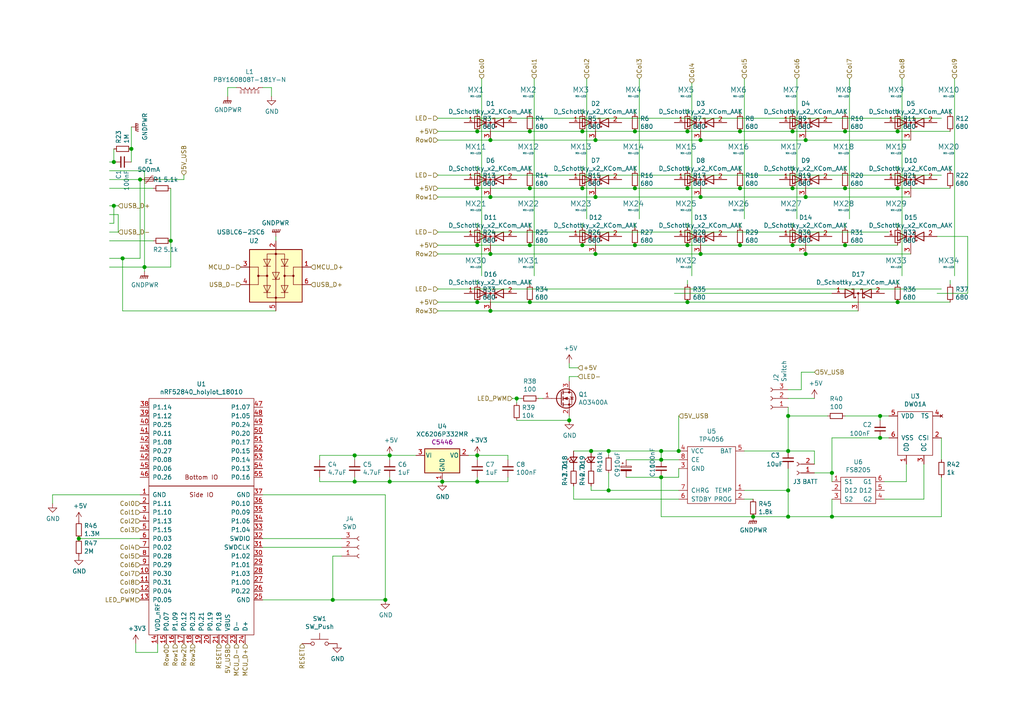
<source format=kicad_sch>
(kicad_sch (version 20210621) (generator eeschema)
  (paper "A4")
  (junction (at 22.86 156.21) (diameter 1.016))
  (junction (at 33.02 46.99) (diameter 1.016))
  (junction (at 33.02 59.69) (diameter 1.016))
  (junction (at 35.56 74.93) (diameter 1.016))
  (junction (at 38.1 43.18) (diameter 1.016))
  (junction (at 40.64 52.07) (diameter 1.016))
  (junction (at 41.91 77.47) (diameter 1.016))
  (junction (at 49.53 69.85) (diameter 1.016))
  (junction (at 96.52 173.99) (diameter 1.016))
  (junction (at 102.87 132.08) (diameter 1.016))
  (junction (at 102.87 139.7) (diameter 1.016))
  (junction (at 111.76 173.99) (diameter 1.016))
  (junction (at 113.03 132.08) (diameter 1.016))
  (junction (at 113.03 139.7) (diameter 1.016))
  (junction (at 128.27 139.7) (diameter 1.016))
  (junction (at 138.43 38.1) (diameter 1.016))
  (junction (at 138.43 54.61) (diameter 1.016))
  (junction (at 138.43 71.12) (diameter 1.016))
  (junction (at 138.43 87.63) (diameter 1.016))
  (junction (at 138.43 132.08) (diameter 1.016))
  (junction (at 138.43 139.7) (diameter 1.016))
  (junction (at 142.24 40.64) (diameter 1.016))
  (junction (at 142.24 57.15) (diameter 1.016))
  (junction (at 142.24 73.66) (diameter 1.016))
  (junction (at 142.24 90.17) (diameter 1.016))
  (junction (at 149.86 115.57) (diameter 1.016))
  (junction (at 153.67 38.1) (diameter 1.016))
  (junction (at 153.67 54.61) (diameter 1.016))
  (junction (at 153.67 71.12) (diameter 1.016))
  (junction (at 153.67 87.63) (diameter 1.016))
  (junction (at 165.1 121.92) (diameter 1.016))
  (junction (at 168.91 38.1) (diameter 1.016))
  (junction (at 168.91 54.61) (diameter 1.016))
  (junction (at 168.91 71.12) (diameter 1.016))
  (junction (at 171.45 130.81) (diameter 1.016))
  (junction (at 172.72 40.64) (diameter 1.016))
  (junction (at 172.72 57.15) (diameter 1.016))
  (junction (at 172.72 73.66) (diameter 1.016))
  (junction (at 176.53 130.81) (diameter 1.016))
  (junction (at 176.53 142.24) (diameter 1.016))
  (junction (at 184.15 38.1) (diameter 1.016))
  (junction (at 184.15 54.61) (diameter 1.016))
  (junction (at 184.15 71.12) (diameter 1.016))
  (junction (at 191.77 130.81) (diameter 1.016))
  (junction (at 191.77 133.35) (diameter 1.016))
  (junction (at 191.77 138.43) (diameter 1.016))
  (junction (at 196.85 130.81) (diameter 1.016))
  (junction (at 199.39 38.1) (diameter 1.016))
  (junction (at 199.39 54.61) (diameter 1.016))
  (junction (at 199.39 71.12) (diameter 1.016))
  (junction (at 199.39 87.63) (diameter 1.016))
  (junction (at 203.2 40.64) (diameter 1.016))
  (junction (at 203.2 57.15) (diameter 1.016))
  (junction (at 203.2 73.66) (diameter 1.016))
  (junction (at 214.63 38.1) (diameter 1.016))
  (junction (at 214.63 54.61) (diameter 1.016))
  (junction (at 214.63 71.12) (diameter 1.016))
  (junction (at 218.44 149.86) (diameter 1.016))
  (junction (at 228.6 120.65) (diameter 1.016))
  (junction (at 228.6 130.81) (diameter 1.016))
  (junction (at 228.6 142.24) (diameter 1.016))
  (junction (at 228.6 149.86) (diameter 1.016))
  (junction (at 229.87 38.1) (diameter 1.016))
  (junction (at 229.87 54.61) (diameter 1.016))
  (junction (at 229.87 71.12) (diameter 1.016))
  (junction (at 233.68 40.64) (diameter 1.016))
  (junction (at 233.68 57.15) (diameter 1.016))
  (junction (at 233.68 73.66) (diameter 1.016))
  (junction (at 241.3 137.16) (diameter 1.016))
  (junction (at 241.3 149.86) (diameter 1.016))
  (junction (at 245.11 38.1) (diameter 1.016))
  (junction (at 245.11 54.61) (diameter 1.016))
  (junction (at 245.11 71.12) (diameter 1.016))
  (junction (at 255.27 120.65) (diameter 1.016))
  (junction (at 255.27 127) (diameter 1.016))
  (junction (at 260.35 38.1) (diameter 1.016))
  (junction (at 260.35 54.61) (diameter 1.016))
  (junction (at 260.35 87.63) (diameter 1.016))
  (wire (pts (xy 15.24 143.51) (xy 15.24 146.05)))
  (wire (pts (xy 31.75 49.53) (xy 41.91 49.53)))
  (wire (pts (xy 31.75 52.07) (xy 40.64 52.07)))
  (wire (pts (xy 31.75 54.61) (xy 44.45 54.61)))
  (wire (pts (xy 31.75 59.69) (xy 33.02 59.69)))
  (wire (pts (xy 31.75 67.31) (xy 34.29 67.31)))
  (wire (pts (xy 31.75 69.85) (xy 44.45 69.85)))
  (wire (pts (xy 31.75 74.93) (xy 35.56 74.93)))
  (wire (pts (xy 33.02 46.99) (xy 31.75 46.99)))
  (wire (pts (xy 33.02 46.99) (xy 33.02 43.18)))
  (wire (pts (xy 33.02 59.69) (xy 33.02 64.77)))
  (wire (pts (xy 33.02 59.69) (xy 34.29 59.69)))
  (wire (pts (xy 33.02 64.77) (xy 31.75 64.77)))
  (wire (pts (xy 34.29 62.23) (xy 31.75 62.23)))
  (wire (pts (xy 34.29 67.31) (xy 34.29 62.23)))
  (wire (pts (xy 35.56 74.93) (xy 35.56 90.17)))
  (wire (pts (xy 35.56 74.93) (xy 40.64 74.93)))
  (wire (pts (xy 35.56 90.17) (xy 80.01 90.17)))
  (wire (pts (xy 38.1 36.83) (xy 38.1 43.18)))
  (wire (pts (xy 38.1 46.99) (xy 38.1 43.18)))
  (wire (pts (xy 39.37 189.23) (xy 39.37 186.69)))
  (wire (pts (xy 40.64 74.93) (xy 40.64 52.07)))
  (wire (pts (xy 40.64 143.51) (xy 15.24 143.51)))
  (wire (pts (xy 40.64 156.21) (xy 22.86 156.21)))
  (wire (pts (xy 41.91 49.53) (xy 41.91 77.47)))
  (wire (pts (xy 41.91 77.47) (xy 31.75 77.47)))
  (wire (pts (xy 41.91 77.47) (xy 41.91 78.74)))
  (wire (pts (xy 45.72 52.07) (xy 53.34 52.07)))
  (wire (pts (xy 45.72 186.69) (xy 45.72 189.23)))
  (wire (pts (xy 45.72 189.23) (xy 39.37 189.23)))
  (wire (pts (xy 49.53 54.61) (xy 49.53 69.85)))
  (wire (pts (xy 49.53 69.85) (xy 49.53 77.47)))
  (wire (pts (xy 49.53 77.47) (xy 41.91 77.47)))
  (wire (pts (xy 53.34 52.07) (xy 53.34 50.8)))
  (wire (pts (xy 66.04 25.4) (xy 66.04 27.94)))
  (wire (pts (xy 68.58 25.4) (xy 66.04 25.4)))
  (wire (pts (xy 76.2 25.4) (xy 78.74 25.4)))
  (wire (pts (xy 76.2 143.51) (xy 111.76 143.51)))
  (wire (pts (xy 76.2 156.21) (xy 99.06 156.21)))
  (wire (pts (xy 76.2 158.75) (xy 99.06 158.75)))
  (wire (pts (xy 76.2 173.99) (xy 96.52 173.99)))
  (wire (pts (xy 78.74 25.4) (xy 78.74 27.94)))
  (wire (pts (xy 80.01 69.85) (xy 80.01 68.58)))
  (wire (pts (xy 92.71 132.08) (xy 92.71 133.35)))
  (wire (pts (xy 92.71 139.7) (xy 92.71 138.43)))
  (wire (pts (xy 96.52 161.29) (xy 96.52 173.99)))
  (wire (pts (xy 96.52 161.29) (xy 99.06 161.29)))
  (wire (pts (xy 96.52 173.99) (xy 111.76 173.99)))
  (wire (pts (xy 102.87 132.08) (xy 92.71 132.08)))
  (wire (pts (xy 102.87 132.08) (xy 102.87 133.35)))
  (wire (pts (xy 102.87 139.7) (xy 92.71 139.7)))
  (wire (pts (xy 102.87 139.7) (xy 102.87 138.43)))
  (wire (pts (xy 111.76 143.51) (xy 111.76 173.99)))
  (wire (pts (xy 113.03 132.08) (xy 102.87 132.08)))
  (wire (pts (xy 113.03 132.08) (xy 120.65 132.08)))
  (wire (pts (xy 113.03 133.35) (xy 113.03 132.08)))
  (wire (pts (xy 113.03 139.7) (xy 102.87 139.7)))
  (wire (pts (xy 113.03 139.7) (xy 113.03 138.43)))
  (wire (pts (xy 127 34.29) (xy 273.05 34.29)))
  (wire (pts (xy 127 50.8) (xy 273.05 50.8)))
  (wire (pts (xy 127 67.31) (xy 257.81 67.31)))
  (wire (pts (xy 127 83.82) (xy 273.05 83.82)))
  (wire (pts (xy 128.27 139.7) (xy 113.03 139.7)))
  (wire (pts (xy 128.27 139.7) (xy 138.43 139.7)))
  (wire (pts (xy 135.89 132.08) (xy 138.43 132.08)))
  (wire (pts (xy 138.43 31.75) (xy 138.43 33.02)))
  (wire (pts (xy 138.43 38.1) (xy 127 38.1)))
  (wire (pts (xy 138.43 48.26) (xy 138.43 49.53)))
  (wire (pts (xy 138.43 54.61) (xy 127 54.61)))
  (wire (pts (xy 138.43 64.77) (xy 138.43 66.04)))
  (wire (pts (xy 138.43 71.12) (xy 127 71.12)))
  (wire (pts (xy 138.43 81.28) (xy 138.43 82.55)))
  (wire (pts (xy 138.43 87.63) (xy 127 87.63)))
  (wire (pts (xy 138.43 132.08) (xy 147.32 132.08)))
  (wire (pts (xy 138.43 133.35) (xy 138.43 132.08)))
  (wire (pts (xy 138.43 138.43) (xy 138.43 139.7)))
  (wire (pts (xy 138.43 139.7) (xy 147.32 139.7)))
  (wire (pts (xy 139.7 22.86) (xy 139.7 80.01)))
  (wire (pts (xy 142.24 40.64) (xy 127 40.64)))
  (wire (pts (xy 142.24 57.15) (xy 127 57.15)))
  (wire (pts (xy 142.24 73.66) (xy 127 73.66)))
  (wire (pts (xy 142.24 90.17) (xy 127 90.17)))
  (wire (pts (xy 147.32 133.35) (xy 147.32 132.08)))
  (wire (pts (xy 147.32 138.43) (xy 147.32 139.7)))
  (wire (pts (xy 149.86 115.57) (xy 148.59 115.57)))
  (wire (pts (xy 149.86 115.57) (xy 151.13 115.57)))
  (wire (pts (xy 149.86 116.84) (xy 149.86 115.57)))
  (wire (pts (xy 149.86 121.92) (xy 165.1 121.92)))
  (wire (pts (xy 153.67 31.75) (xy 153.67 33.02)))
  (wire (pts (xy 153.67 38.1) (xy 138.43 38.1)))
  (wire (pts (xy 153.67 48.26) (xy 153.67 49.53)))
  (wire (pts (xy 153.67 54.61) (xy 138.43 54.61)))
  (wire (pts (xy 153.67 64.77) (xy 153.67 66.04)))
  (wire (pts (xy 153.67 71.12) (xy 138.43 71.12)))
  (wire (pts (xy 153.67 81.28) (xy 153.67 82.55)))
  (wire (pts (xy 153.67 87.63) (xy 138.43 87.63)))
  (wire (pts (xy 154.94 22.86) (xy 154.94 80.01)))
  (wire (pts (xy 156.21 115.57) (xy 157.48 115.57)))
  (wire (pts (xy 165.1 106.68) (xy 165.1 105.41)))
  (wire (pts (xy 165.1 109.22) (xy 167.64 109.22)))
  (wire (pts (xy 165.1 110.49) (xy 165.1 109.22)))
  (wire (pts (xy 165.1 121.92) (xy 165.1 120.65)))
  (wire (pts (xy 166.37 130.81) (xy 171.45 130.81)))
  (wire (pts (xy 166.37 140.97) (xy 166.37 144.78)))
  (wire (pts (xy 166.37 144.78) (xy 196.85 144.78)))
  (wire (pts (xy 167.64 106.68) (xy 165.1 106.68)))
  (wire (pts (xy 168.91 31.75) (xy 168.91 33.02)))
  (wire (pts (xy 168.91 38.1) (xy 153.67 38.1)))
  (wire (pts (xy 168.91 48.26) (xy 168.91 49.53)))
  (wire (pts (xy 168.91 54.61) (xy 153.67 54.61)))
  (wire (pts (xy 168.91 64.77) (xy 168.91 66.04)))
  (wire (pts (xy 168.91 71.12) (xy 153.67 71.12)))
  (wire (pts (xy 170.18 22.86) (xy 170.18 63.5)))
  (wire (pts (xy 171.45 130.81) (xy 176.53 130.81)))
  (wire (pts (xy 171.45 140.97) (xy 171.45 142.24)))
  (wire (pts (xy 171.45 142.24) (xy 176.53 142.24)))
  (wire (pts (xy 172.72 40.64) (xy 142.24 40.64)))
  (wire (pts (xy 172.72 57.15) (xy 142.24 57.15)))
  (wire (pts (xy 172.72 73.66) (xy 142.24 73.66)))
  (wire (pts (xy 176.53 130.81) (xy 176.53 132.08)))
  (wire (pts (xy 176.53 137.16) (xy 176.53 142.24)))
  (wire (pts (xy 176.53 142.24) (xy 196.85 142.24)))
  (wire (pts (xy 181.61 138.43) (xy 191.77 138.43)))
  (wire (pts (xy 184.15 31.75) (xy 184.15 33.02)))
  (wire (pts (xy 184.15 38.1) (xy 168.91 38.1)))
  (wire (pts (xy 184.15 48.26) (xy 184.15 49.53)))
  (wire (pts (xy 184.15 54.61) (xy 168.91 54.61)))
  (wire (pts (xy 184.15 64.77) (xy 184.15 66.04)))
  (wire (pts (xy 184.15 71.12) (xy 168.91 71.12)))
  (wire (pts (xy 185.42 22.86) (xy 185.42 63.5)))
  (wire (pts (xy 191.77 130.81) (xy 176.53 130.81)))
  (wire (pts (xy 191.77 133.35) (xy 181.61 133.35)))
  (wire (pts (xy 191.77 133.35) (xy 191.77 130.81)))
  (wire (pts (xy 191.77 133.35) (xy 196.85 133.35)))
  (wire (pts (xy 191.77 138.43) (xy 191.77 149.86)))
  (wire (pts (xy 191.77 138.43) (xy 196.85 138.43)))
  (wire (pts (xy 191.77 149.86) (xy 218.44 149.86)))
  (wire (pts (xy 196.85 120.65) (xy 196.85 130.81)))
  (wire (pts (xy 196.85 130.81) (xy 191.77 130.81)))
  (wire (pts (xy 196.85 138.43) (xy 196.85 135.89)))
  (wire (pts (xy 199.39 31.75) (xy 199.39 33.02)))
  (wire (pts (xy 199.39 38.1) (xy 184.15 38.1)))
  (wire (pts (xy 199.39 48.26) (xy 199.39 49.53)))
  (wire (pts (xy 199.39 54.61) (xy 184.15 54.61)))
  (wire (pts (xy 199.39 64.77) (xy 199.39 66.04)))
  (wire (pts (xy 199.39 71.12) (xy 184.15 71.12)))
  (wire (pts (xy 199.39 81.28) (xy 199.39 82.55)))
  (wire (pts (xy 199.39 87.63) (xy 153.67 87.63)))
  (wire (pts (xy 200.66 24.13) (xy 200.66 80.01)))
  (wire (pts (xy 203.2 40.64) (xy 172.72 40.64)))
  (wire (pts (xy 203.2 57.15) (xy 172.72 57.15)))
  (wire (pts (xy 203.2 73.66) (xy 172.72 73.66)))
  (wire (pts (xy 214.63 31.75) (xy 214.63 33.02)))
  (wire (pts (xy 214.63 38.1) (xy 199.39 38.1)))
  (wire (pts (xy 214.63 48.26) (xy 214.63 49.53)))
  (wire (pts (xy 214.63 54.61) (xy 199.39 54.61)))
  (wire (pts (xy 214.63 64.77) (xy 214.63 66.04)))
  (wire (pts (xy 214.63 71.12) (xy 199.39 71.12)))
  (wire (pts (xy 215.9 22.86) (xy 215.9 63.5)))
  (wire (pts (xy 215.9 130.81) (xy 228.6 130.81)))
  (wire (pts (xy 215.9 142.24) (xy 228.6 142.24)))
  (wire (pts (xy 215.9 144.78) (xy 218.44 144.78)))
  (wire (pts (xy 218.44 149.86) (xy 228.6 149.86)))
  (wire (pts (xy 228.6 113.03) (xy 232.41 113.03)))
  (wire (pts (xy 228.6 115.57) (xy 236.22 115.57)))
  (wire (pts (xy 228.6 118.11) (xy 228.6 120.65)))
  (wire (pts (xy 228.6 120.65) (xy 228.6 130.81)))
  (wire (pts (xy 228.6 120.65) (xy 240.03 120.65)))
  (wire (pts (xy 228.6 130.81) (xy 236.22 130.81)))
  (wire (pts (xy 228.6 135.89) (xy 228.6 142.24)))
  (wire (pts (xy 228.6 142.24) (xy 228.6 149.86)))
  (wire (pts (xy 228.6 149.86) (xy 241.3 149.86)))
  (wire (pts (xy 229.87 31.75) (xy 229.87 33.02)))
  (wire (pts (xy 229.87 38.1) (xy 214.63 38.1)))
  (wire (pts (xy 229.87 48.26) (xy 229.87 49.53)))
  (wire (pts (xy 229.87 54.61) (xy 214.63 54.61)))
  (wire (pts (xy 229.87 64.77) (xy 229.87 66.04)))
  (wire (pts (xy 229.87 71.12) (xy 214.63 71.12)))
  (wire (pts (xy 231.14 22.86) (xy 231.14 63.5)))
  (wire (pts (xy 232.41 107.95) (xy 236.22 107.95)))
  (wire (pts (xy 232.41 113.03) (xy 232.41 107.95)))
  (wire (pts (xy 233.68 40.64) (xy 203.2 40.64)))
  (wire (pts (xy 233.68 57.15) (xy 203.2 57.15)))
  (wire (pts (xy 233.68 73.66) (xy 203.2 73.66)))
  (wire (pts (xy 236.22 130.81) (xy 236.22 134.62)))
  (wire (pts (xy 236.22 137.16) (xy 241.3 137.16)))
  (wire (pts (xy 241.3 85.09) (xy 195.58 85.09)))
  (wire (pts (xy 241.3 127) (xy 241.3 137.16)))
  (wire (pts (xy 241.3 137.16) (xy 241.3 139.7)))
  (wire (pts (xy 241.3 149.86) (xy 241.3 144.78)))
  (wire (pts (xy 245.11 31.75) (xy 245.11 33.02)))
  (wire (pts (xy 245.11 38.1) (xy 229.87 38.1)))
  (wire (pts (xy 245.11 48.26) (xy 245.11 49.53)))
  (wire (pts (xy 245.11 54.61) (xy 229.87 54.61)))
  (wire (pts (xy 245.11 64.77) (xy 245.11 66.04)))
  (wire (pts (xy 245.11 71.12) (xy 229.87 71.12)))
  (wire (pts (xy 245.11 120.65) (xy 255.27 120.65)))
  (wire (pts (xy 246.38 22.86) (xy 246.38 63.5)))
  (wire (pts (xy 248.92 90.17) (xy 142.24 90.17)))
  (wire (pts (xy 255.27 120.65) (xy 257.81 120.65)))
  (wire (pts (xy 255.27 121.92) (xy 255.27 120.65)))
  (wire (pts (xy 255.27 127) (xy 241.3 127)))
  (wire (pts (xy 255.27 127) (xy 257.81 127)))
  (wire (pts (xy 260.35 31.75) (xy 260.35 33.02)))
  (wire (pts (xy 260.35 38.1) (xy 245.11 38.1)))
  (wire (pts (xy 260.35 48.26) (xy 260.35 49.53)))
  (wire (pts (xy 260.35 54.61) (xy 245.11 54.61)))
  (wire (pts (xy 260.35 64.77) (xy 260.35 66.04)))
  (wire (pts (xy 260.35 71.12) (xy 245.11 71.12)))
  (wire (pts (xy 260.35 81.28) (xy 260.35 82.55)))
  (wire (pts (xy 260.35 87.63) (xy 199.39 87.63)))
  (wire (pts (xy 261.62 22.86) (xy 261.62 80.01)))
  (wire (pts (xy 262.89 134.62) (xy 262.89 139.7)))
  (wire (pts (xy 262.89 139.7) (xy 256.54 139.7)))
  (wire (pts (xy 264.16 40.64) (xy 233.68 40.64)))
  (wire (pts (xy 264.16 57.15) (xy 233.68 57.15)))
  (wire (pts (xy 264.16 73.66) (xy 233.68 73.66)))
  (wire (pts (xy 267.97 134.62) (xy 267.97 144.78)))
  (wire (pts (xy 267.97 144.78) (xy 256.54 144.78)))
  (wire (pts (xy 271.78 68.58) (xy 280.67 68.58)))
  (wire (pts (xy 273.05 127) (xy 273.05 133.35)))
  (wire (pts (xy 273.05 138.43) (xy 273.05 149.86)))
  (wire (pts (xy 273.05 149.86) (xy 241.3 149.86)))
  (wire (pts (xy 275.59 31.75) (xy 275.59 33.02)))
  (wire (pts (xy 275.59 38.1) (xy 260.35 38.1)))
  (wire (pts (xy 275.59 48.26) (xy 275.59 49.53)))
  (wire (pts (xy 275.59 54.61) (xy 260.35 54.61)))
  (wire (pts (xy 275.59 81.28) (xy 275.59 82.55)))
  (wire (pts (xy 275.59 87.63) (xy 260.35 87.63)))
  (wire (pts (xy 276.86 22.86) (xy 276.86 80.01)))
  (wire (pts (xy 280.67 68.58) (xy 280.67 85.09)))
  (wire (pts (xy 280.67 85.09) (xy 271.78 85.09)))
  (hierarchical_label "USB_D+" (shape input) (at 34.29 59.69 0))
  (hierarchical_label "USB_D-" (shape input) (at 34.29 67.31 0))
  (hierarchical_label "Col0" (shape input) (at 40.64 146.05 180))
  (hierarchical_label "Col1" (shape input) (at 40.64 148.59 180))
  (hierarchical_label "Col2" (shape input) (at 40.64 151.13 180))
  (hierarchical_label "Col3" (shape input) (at 40.64 153.67 180))
  (hierarchical_label "Col4" (shape input) (at 40.64 158.75 180))
  (hierarchical_label "Col5" (shape input) (at 40.64 161.29 180))
  (hierarchical_label "Col6" (shape input) (at 40.64 163.83 180))
  (hierarchical_label "Col7" (shape input) (at 40.64 166.37 180))
  (hierarchical_label "Col8" (shape input) (at 40.64 168.91 180))
  (hierarchical_label "Col9" (shape input) (at 40.64 171.45 180))
  (hierarchical_label "LED_PWM" (shape input) (at 40.64 173.99 180))
  (hierarchical_label "Row0" (shape input) (at 48.26 186.69 270))
  (hierarchical_label "Row1" (shape input) (at 50.8 186.69 270))
  (hierarchical_label "5V_USB" (shape input) (at 53.34 50.8 90))
  (hierarchical_label "Row2" (shape input) (at 53.34 186.69 270))
  (hierarchical_label "Row3" (shape input) (at 55.88 186.69 270))
  (hierarchical_label "RESET" (shape input) (at 63.5 186.69 270))
  (hierarchical_label "5V_USB" (shape input) (at 66.04 186.69 270))
  (hierarchical_label "MCU_D-" (shape input) (at 68.58 186.69 270))
  (hierarchical_label "MCU_D-" (shape input) (at 69.85 77.47 180))
  (hierarchical_label "USB_D-" (shape input) (at 69.85 82.55 180))
  (hierarchical_label "MCU_D+" (shape input) (at 71.12 186.69 270))
  (hierarchical_label "RESET" (shape input) (at 87.63 186.69 270))
  (hierarchical_label "MCU_D+" (shape input) (at 90.17 77.47 0))
  (hierarchical_label "USB_D+" (shape input) (at 90.17 82.55 0))
  (hierarchical_label "LED-" (shape input) (at 127 34.29 180))
  (hierarchical_label "+5V" (shape input) (at 127 38.1 180))
  (hierarchical_label "Row0" (shape input) (at 127 40.64 180))
  (hierarchical_label "LED-" (shape input) (at 127 50.8 180))
  (hierarchical_label "+5V" (shape input) (at 127 54.61 180))
  (hierarchical_label "Row1" (shape input) (at 127 57.15 180))
  (hierarchical_label "LED-" (shape input) (at 127 67.31 180))
  (hierarchical_label "+5V" (shape input) (at 127 71.12 180))
  (hierarchical_label "Row2" (shape input) (at 127 73.66 180))
  (hierarchical_label "LED-" (shape input) (at 127 83.82 180))
  (hierarchical_label "+5V" (shape input) (at 127 87.63 180))
  (hierarchical_label "Row3" (shape input) (at 127 90.17 180))
  (hierarchical_label "Col0" (shape input) (at 139.7 22.86 90))
  (hierarchical_label "LED_PWM" (shape input) (at 148.59 115.57 180))
  (hierarchical_label "Col1" (shape input) (at 154.94 22.86 90))
  (hierarchical_label "+5V" (shape input) (at 167.64 106.68 0))
  (hierarchical_label "LED-" (shape input) (at 167.64 109.22 0))
  (hierarchical_label "Col2" (shape input) (at 170.18 22.86 90))
  (hierarchical_label "Col3" (shape input) (at 185.42 22.86 90))
  (hierarchical_label "5V_USB" (shape input) (at 196.85 120.65 0))
  (hierarchical_label "Col4" (shape input) (at 200.66 24.13 90))
  (hierarchical_label "Col5" (shape input) (at 215.9 22.86 90))
  (hierarchical_label "Col6" (shape input) (at 231.14 22.86 90))
  (hierarchical_label "5V_USB" (shape input) (at 236.22 107.95 0))
  (hierarchical_label "Col7" (shape input) (at 246.38 22.86 90))
  (hierarchical_label "Col8" (shape input) (at 261.62 22.86 90))
  (hierarchical_label "Col9" (shape input) (at 276.86 22.86 90))
  (symbol (lib_id "power:+5V") (at 22.86 151.13 0) (unit 1)
    (property "Reference" "#PWR0102" (effects hide))
    (property "Value" "+5V" (at 23.241 146.7358 0))
  )
  (symbol (lib_id "power:+3V3") (at 39.37 186.69 0) (unit 1)
    (property "Reference" "#PWR0101" (effects hide))
    (property "Value" "+3V3" (at 39.751 182.2958 0))
  )
  (symbol (lib_id "power:+5V") (at 113.03 132.08 0) (unit 1)
    (property "Reference" "#PWR0108" (effects hide))
    (property "Value" "+5V" (at 113.411 127.6858 0))
  )
  (symbol (lib_id "power:+3V3") (at 138.43 132.08 0) (unit 1)
    (property "Reference" "#PWR0109" (effects hide))
    (property "Value" "+3V3" (at 138.811 127.6858 0))
  )
  (symbol (lib_id "power:+5V") (at 165.1 105.41 0) (unit 1)
    (property "Reference" "#PWR0117" (effects hide))
    (property "Value" "+5V" (at 165.481 101.0158 0))
  )
  (symbol (lib_id "power:+5V") (at 236.22 115.57 0) (unit 1)
    (property "Reference" "#PWR0115" (effects hide))
    (property "Value" "+5V" (at 236.601 111.1758 0))
  )
  (symbol (lib_id "power:GNDPWR") (at 38.1 36.83 90) (unit 1)
    (property "Reference" "#PWR0111" (effects hide))
    (property "Value" "GNDPWR" (at 42.0116 36.7284 0))
  )
  (symbol (lib_id "power:GNDPWR") (at 41.91 78.74 0) (unit 1)
    (property "Reference" "#PWR0110" (effects hide))
    (property "Value" "GNDPWR" (at 42.0116 82.6516 0))
  )
  (symbol (lib_id "power:GNDPWR") (at 66.04 27.94 0) (unit 1)
    (property "Reference" "#PWR0113" (effects hide))
    (property "Value" "GNDPWR" (at 66.1416 31.8516 0))
  )
  (symbol (lib_id "power:GNDPWR") (at 80.01 68.58 180) (unit 1)
    (property "Reference" "#PWR0112" (effects hide))
    (property "Value" "GNDPWR" (at 79.9084 64.6684 0))
  )
  (symbol (lib_id "power:GNDPWR") (at 218.44 149.86 0) (unit 1)
    (property "Reference" "#PWR0116" (effects hide))
    (property "Value" "GNDPWR" (at 218.5416 153.7716 0))
  )
  (symbol (lib_id "power:GND") (at 15.24 146.05 0) (unit 1)
    (property "Reference" "#PWR0104" (effects hide))
    (property "Value" "GND" (at 15.367 150.4442 0))
  )
  (symbol (lib_id "power:GND") (at 22.86 161.29 0) (unit 1)
    (property "Reference" "#PWR0103" (effects hide))
    (property "Value" "GND" (at 22.987 165.6842 0))
  )
  (symbol (lib_id "power:GND") (at 78.74 27.94 0) (unit 1)
    (property "Reference" "#PWR0114" (effects hide))
    (property "Value" "GND" (at 78.867 32.3342 0))
  )
  (symbol (lib_id "power:GND") (at 97.79 186.69 0) (unit 1)
    (property "Reference" "#PWR0106" (effects hide))
    (property "Value" "GND" (at 97.917 191.0842 0))
  )
  (symbol (lib_id "power:GND") (at 111.76 173.99 0) (unit 1)
    (property "Reference" "#PWR0105" (effects hide))
    (property "Value" "GND" (at 111.887 178.3842 0))
  )
  (symbol (lib_id "power:GND") (at 128.27 139.7 0) (unit 1)
    (property "Reference" "#PWR0107" (effects hide))
    (property "Value" "GND" (at 128.397 144.0942 0))
  )
  (symbol (lib_id "power:GND") (at 165.1 121.92 0) (unit 1)
    (property "Reference" "#PWR0118" (effects hide))
    (property "Value" "GND" (at 165.227 126.3142 0))
  )
  (symbol (lib_id "Device:R_Small") (at 22.86 153.67 0) (unit 1)
    (property "Reference" "R46" (at 24.3586 152.5016 0) (effects (justify left)))
    (property "Value" "1.3M" (at 24.3586 154.813 0) (effects (justify left)))
    (property "Footprint" "bastlisParts:R_0603_1608Metric_stealth" (effects hide))
  )
  (symbol (lib_id "Device:R_Small") (at 22.86 158.75 0) (unit 1)
    (property "Reference" "R47" (at 24.3586 157.5816 0) (effects (justify left)))
    (property "Value" "2M" (at 24.3586 159.893 0) (effects (justify left)))
    (property "Footprint" "bastlisParts:R_0603_1608Metric_stealth" (effects hide))
  )
  (symbol (lib_id "Device:R_Small") (at 35.56 43.18 90) (unit 1)
    (property "Reference" "R23" (at 34.3916 41.6814 0) (effects (justify left)))
    (property "Value" "1M" (at 36.703 41.6814 0) (effects (justify left)))
    (property "Footprint" "bastlisParts:R_0603_1608Metric_stealth" (effects hide))
  )
  (symbol (lib_id "Device:R_Small") (at 46.99 54.61 270) (unit 1)
    (property "Reference" "R1" (at 45.72 52.07 90))
    (property "Value" "5.1k" (at 49.53 52.07 90))
    (property "Footprint" "bastlisParts:R_0603_1608Metric_stealth" (effects hide))
  )
  (symbol (lib_id "Device:R_Small") (at 46.99 69.85 90) (mirror x) (unit 1)
    (property "Reference" "R2" (at 45.72 72.39 90))
    (property "Value" "5.1k" (at 49.53 72.39 90))
    (property "Footprint" "bastlisParts:R_0603_1608Metric_stealth" (effects hide))
  )
  (symbol (lib_id "Device:R_Small") (at 138.43 35.56 0) (unit 1)
    (property "Reference" "R3" (at 139.9286 34.3916 0) (effects (justify left)))
    (property "Value" "680" (at 139.9286 36.703 0) (effects (justify left)))
    (property "Footprint" "bastlisParts:R_0603_1608Metric_stealth" (effects hide))
  )
  (symbol (lib_id "Device:R_Small") (at 138.43 52.07 0) (unit 1)
    (property "Reference" "R13" (at 139.9286 50.9016 0) (effects (justify left)))
    (property "Value" "680" (at 139.9286 53.213 0) (effects (justify left)))
    (property "Footprint" "bastlisParts:R_0603_1608Metric_stealth" (effects hide))
  )
  (symbol (lib_id "Device:R_Small") (at 138.43 68.58 0) (unit 1)
    (property "Reference" "R24" (at 139.9286 67.4116 0) (effects (justify left)))
    (property "Value" "680" (at 139.9286 69.723 0) (effects (justify left)))
    (property "Footprint" "bastlisParts:R_0603_1608Metric_stealth" (effects hide))
  )
  (symbol (lib_id "Device:R_Small") (at 138.43 85.09 0) (unit 1)
    (property "Reference" "R33" (at 139.9286 83.9216 0) (effects (justify left)))
    (property "Value" "680" (at 139.9286 86.233 0) (effects (justify left)))
    (property "Footprint" "bastlisParts:R_0603_1608Metric_stealth" (effects hide))
  )
  (symbol (lib_id "Device:R_Small") (at 149.86 119.38 0) (unit 1)
    (property "Reference" "R39" (at 151.3586 118.2116 0) (effects (justify left)))
    (property "Value" "10k" (at 151.3586 120.523 0) (effects (justify left)))
    (property "Footprint" "bastlisParts:R_0603_1608Metric_stealth" (effects hide))
  )
  (symbol (lib_id "Device:R_Small") (at 153.67 35.56 0) (unit 1)
    (property "Reference" "R4" (at 155.1686 34.3916 0) (effects (justify left)))
    (property "Value" "680" (at 155.1686 36.703 0) (effects (justify left)))
    (property "Footprint" "bastlisParts:R_0603_1608Metric_stealth" (effects hide))
  )
  (symbol (lib_id "Device:R_Small") (at 153.67 52.07 0) (unit 1)
    (property "Reference" "R14" (at 155.1686 50.9016 0) (effects (justify left)))
    (property "Value" "680" (at 155.1686 53.213 0) (effects (justify left)))
    (property "Footprint" "bastlisParts:R_0603_1608Metric_stealth" (effects hide))
  )
  (symbol (lib_id "Device:R_Small") (at 153.67 68.58 0) (unit 1)
    (property "Reference" "R25" (at 155.1686 67.4116 0) (effects (justify left)))
    (property "Value" "680" (at 155.1686 69.723 0) (effects (justify left)))
    (property "Footprint" "bastlisParts:R_0603_1608Metric_stealth" (effects hide))
  )
  (symbol (lib_id "Device:R_Small") (at 153.67 85.09 0) (unit 1)
    (property "Reference" "R34" (at 155.1686 83.9216 0) (effects (justify left)))
    (property "Value" "680" (at 155.1686 86.233 0) (effects (justify left)))
    (property "Footprint" "bastlisParts:R_0603_1608Metric_stealth" (effects hide))
  )
  (symbol (lib_id "Device:R_Small") (at 153.67 115.57 270) (unit 1)
    (property "Reference" "R38" (at 153.67 110.5916 90))
    (property "Value" "100" (at 153.67 112.903 90))
    (property "Footprint" "bastlisParts:R_0603_1608Metric_stealth" (effects hide))
  )
  (symbol (lib_id "Device:R_Small") (at 166.37 138.43 0) (unit 1)
    (property "Reference" "R43" (at 163.83 140.97 90) (effects (justify left)))
    (property "Value" "2.7k" (at 163.83 138.43 90) (effects (justify left)))
    (property "Footprint" "bastlisParts:R_0603_1608Metric_stealth" (effects hide))
  )
  (symbol (lib_id "Device:R_Small") (at 168.91 35.56 0) (unit 1)
    (property "Reference" "R5" (at 170.4086 34.3916 0) (effects (justify left)))
    (property "Value" "680" (at 170.4086 36.703 0) (effects (justify left)))
    (property "Footprint" "bastlisParts:R_0603_1608Metric_stealth" (effects hide))
  )
  (symbol (lib_id "Device:R_Small") (at 168.91 52.07 0) (unit 1)
    (property "Reference" "R15" (at 170.4086 50.9016 0) (effects (justify left)))
    (property "Value" "680" (at 170.4086 53.213 0) (effects (justify left)))
    (property "Footprint" "bastlisParts:R_0603_1608Metric_stealth" (effects hide))
  )
  (symbol (lib_id "Device:R_Small") (at 168.91 68.58 0) (unit 1)
    (property "Reference" "R26" (at 170.4086 67.4116 0) (effects (justify left)))
    (property "Value" "680" (at 170.4086 69.723 0) (effects (justify left)))
    (property "Footprint" "bastlisParts:R_0603_1608Metric_stealth" (effects hide))
  )
  (symbol (lib_id "Device:R_Small") (at 171.45 138.43 0) (unit 1)
    (property "Reference" "R44" (at 168.91 140.97 90) (effects (justify left)))
    (property "Value" "2.7k" (at 168.91 138.43 90) (effects (justify left)))
    (property "Footprint" "bastlisParts:R_0603_1608Metric_stealth" (effects hide))
  )
  (symbol (lib_id "Device:R_Small") (at 176.53 134.62 0) (unit 1)
    (property "Reference" "R41" (at 173.99 137.16 90) (effects (justify left)))
    (property "Value" "10k" (at 173.99 134.62 90) (effects (justify left)))
    (property "Footprint" "bastlisParts:R_0603_1608Metric_stealth" (effects hide))
  )
  (symbol (lib_id "Device:R_Small") (at 184.15 35.56 0) (unit 1)
    (property "Reference" "R6" (at 185.6486 34.3916 0) (effects (justify left)))
    (property "Value" "680" (at 185.6486 36.703 0) (effects (justify left)))
    (property "Footprint" "bastlisParts:R_0603_1608Metric_stealth" (effects hide))
  )
  (symbol (lib_id "Device:R_Small") (at 184.15 52.07 0) (unit 1)
    (property "Reference" "R16" (at 185.6486 50.9016 0) (effects (justify left)))
    (property "Value" "680" (at 185.6486 53.213 0) (effects (justify left)))
    (property "Footprint" "bastlisParts:R_0603_1608Metric_stealth" (effects hide))
  )
  (symbol (lib_id "Device:R_Small") (at 184.15 68.58 0) (unit 1)
    (property "Reference" "R27" (at 185.6486 67.4116 0) (effects (justify left)))
    (property "Value" "680" (at 185.6486 69.723 0) (effects (justify left)))
    (property "Footprint" "bastlisParts:R_0603_1608Metric_stealth" (effects hide))
  )
  (symbol (lib_id "Device:R_Small") (at 199.39 35.56 0) (unit 1)
    (property "Reference" "R7" (at 200.8886 34.3916 0) (effects (justify left)))
    (property "Value" "680" (at 200.8886 36.703 0) (effects (justify left)))
    (property "Footprint" "bastlisParts:R_0603_1608Metric_stealth" (effects hide))
  )
  (symbol (lib_id "Device:R_Small") (at 199.39 52.07 0) (unit 1)
    (property "Reference" "R17" (at 200.8886 50.9016 0) (effects (justify left)))
    (property "Value" "680" (at 200.8886 53.213 0) (effects (justify left)))
    (property "Footprint" "bastlisParts:R_0603_1608Metric_stealth" (effects hide))
  )
  (symbol (lib_id "Device:R_Small") (at 199.39 68.58 0) (unit 1)
    (property "Reference" "R28" (at 200.8886 67.4116 0) (effects (justify left)))
    (property "Value" "680" (at 200.8886 69.723 0) (effects (justify left)))
    (property "Footprint" "bastlisParts:R_0603_1608Metric_stealth" (effects hide))
  )
  (symbol (lib_id "Device:R_Small") (at 199.39 85.09 0) (unit 1)
    (property "Reference" "R35" (at 200.8886 83.9216 0) (effects (justify left)))
    (property "Value" "680" (at 200.8886 86.233 0) (effects (justify left)))
    (property "Footprint" "bastlisParts:R_0603_1608Metric_stealth" (effects hide))
  )
  (symbol (lib_id "Device:R_Small") (at 214.63 35.56 0) (unit 1)
    (property "Reference" "R8" (at 216.1286 34.3916 0) (effects (justify left)))
    (property "Value" "680" (at 216.1286 36.703 0) (effects (justify left)))
    (property "Footprint" "bastlisParts:R_0603_1608Metric_stealth" (effects hide))
  )
  (symbol (lib_id "Device:R_Small") (at 214.63 52.07 0) (unit 1)
    (property "Reference" "R18" (at 216.1286 50.9016 0) (effects (justify left)))
    (property "Value" "680" (at 216.1286 53.213 0) (effects (justify left)))
    (property "Footprint" "bastlisParts:R_0603_1608Metric_stealth" (effects hide))
  )
  (symbol (lib_id "Device:R_Small") (at 214.63 68.58 0) (unit 1)
    (property "Reference" "R29" (at 216.1286 67.4116 0) (effects (justify left)))
    (property "Value" "680" (at 216.1286 69.723 0) (effects (justify left)))
    (property "Footprint" "bastlisParts:R_0603_1608Metric_stealth" (effects hide))
  )
  (symbol (lib_id "Device:R_Small") (at 218.44 147.32 0) (unit 1)
    (property "Reference" "R45" (at 219.9386 146.1516 0) (effects (justify left)))
    (property "Value" "1.8k" (at 219.9386 148.463 0) (effects (justify left)))
    (property "Footprint" "bastlisParts:R_0603_1608Metric_stealth" (effects hide))
  )
  (symbol (lib_id "Device:R_Small") (at 229.87 35.56 0) (unit 1)
    (property "Reference" "R9" (at 231.3686 34.3916 0) (effects (justify left)))
    (property "Value" "680" (at 231.3686 36.703 0) (effects (justify left)))
    (property "Footprint" "bastlisParts:R_0603_1608Metric_stealth" (effects hide))
  )
  (symbol (lib_id "Device:R_Small") (at 229.87 52.07 0) (unit 1)
    (property "Reference" "R19" (at 231.3686 50.9016 0) (effects (justify left)))
    (property "Value" "680" (at 231.3686 53.213 0) (effects (justify left)))
    (property "Footprint" "bastlisParts:R_0603_1608Metric_stealth" (effects hide))
  )
  (symbol (lib_id "Device:R_Small") (at 229.87 68.58 0) (unit 1)
    (property "Reference" "R30" (at 231.3686 67.4116 0) (effects (justify left)))
    (property "Value" "680" (at 231.3686 69.723 0) (effects (justify left)))
    (property "Footprint" "bastlisParts:R_0603_1608Metric_stealth" (effects hide))
  )
  (symbol (lib_id "Device:R_Small") (at 242.57 120.65 270) (unit 1)
    (property "Reference" "R40" (at 242.57 115.6716 90))
    (property "Value" "100" (at 242.57 117.983 90))
    (property "Footprint" "bastlisParts:R_0603_1608Metric_stealth" (effects hide))
  )
  (symbol (lib_id "Device:R_Small") (at 245.11 35.56 0) (unit 1)
    (property "Reference" "R10" (at 246.6086 34.3916 0) (effects (justify left)))
    (property "Value" "680" (at 246.6086 36.703 0) (effects (justify left)))
    (property "Footprint" "bastlisParts:R_0603_1608Metric_stealth" (effects hide))
  )
  (symbol (lib_id "Device:R_Small") (at 245.11 52.07 0) (unit 1)
    (property "Reference" "R20" (at 246.6086 50.9016 0) (effects (justify left)))
    (property "Value" "680" (at 246.6086 53.213 0) (effects (justify left)))
    (property "Footprint" "bastlisParts:R_0603_1608Metric_stealth" (effects hide))
  )
  (symbol (lib_id "Device:R_Small") (at 245.11 68.58 0) (unit 1)
    (property "Reference" "R31" (at 246.6086 67.4116 0) (effects (justify left)))
    (property "Value" "680" (at 246.6086 69.723 0) (effects (justify left)))
    (property "Footprint" "bastlisParts:R_0603_1608Metric_stealth" (effects hide))
  )
  (symbol (lib_id "Device:R_Small") (at 260.35 35.56 0) (unit 1)
    (property "Reference" "R11" (at 261.8486 34.3916 0) (effects (justify left)))
    (property "Value" "680" (at 261.8486 36.703 0) (effects (justify left)))
    (property "Footprint" "bastlisParts:R_0603_1608Metric_stealth" (effects hide))
  )
  (symbol (lib_id "Device:R_Small") (at 260.35 52.07 0) (unit 1)
    (property "Reference" "R21" (at 261.8486 50.9016 0) (effects (justify left)))
    (property "Value" "680" (at 261.8486 53.213 0) (effects (justify left)))
    (property "Footprint" "bastlisParts:R_0603_1608Metric_stealth" (effects hide))
  )
  (symbol (lib_id "Device:R_Small") (at 260.35 68.58 0) (unit 1)
    (property "Reference" "R32" (at 261.8486 67.4116 0) (effects (justify left)))
    (property "Value" "680" (at 261.8486 69.723 0) (effects (justify left)))
    (property "Footprint" "bastlisParts:R_0603_1608Metric_stealth" (effects hide))
  )
  (symbol (lib_id "Device:R_Small") (at 260.35 85.09 0) (unit 1)
    (property "Reference" "R36" (at 261.8486 83.9216 0) (effects (justify left)))
    (property "Value" "680" (at 261.8486 86.233 0) (effects (justify left)))
    (property "Footprint" "bastlisParts:R_0603_1608Metric_stealth" (effects hide))
  )
  (symbol (lib_id "Device:R_Small") (at 273.05 135.89 0) (unit 1)
    (property "Reference" "R42" (at 274.5486 134.7216 0) (effects (justify left)))
    (property "Value" "1k" (at 274.5486 137.033 0) (effects (justify left)))
    (property "Footprint" "bastlisParts:R_0603_1608Metric_stealth" (effects hide))
  )
  (symbol (lib_id "Device:R_Small") (at 275.59 35.56 0) (unit 1)
    (property "Reference" "R12" (at 277.0886 34.3916 0) (effects (justify left)))
    (property "Value" "680" (at 277.0886 36.703 0) (effects (justify left)))
    (property "Footprint" "bastlisParts:R_0603_1608Metric_stealth" (effects hide))
  )
  (symbol (lib_id "Device:R_Small") (at 275.59 52.07 0) (unit 1)
    (property "Reference" "R22" (at 277.0886 50.9016 0) (effects (justify left)))
    (property "Value" "680" (at 277.0886 53.213 0) (effects (justify left)))
    (property "Footprint" "bastlisParts:R_0603_1608Metric_stealth" (effects hide))
  )
  (symbol (lib_id "Device:R_Small") (at 275.59 85.09 0) (unit 1)
    (property "Reference" "R37" (at 277.0886 83.9216 0) (effects (justify left)))
    (property "Value" "680" (at 277.0886 86.233 0) (effects (justify left)))
    (property "Footprint" "bastlisParts:R_0603_1608Metric_stealth" (effects hide))
  )
  (symbol (lib_id "Device:Polyfuse_Small") (at 43.18 52.07 270) (unit 1)
    (property "Reference" "F1" (at 43.18 46.863 90))
    (property "Value" "500mA" (at 43.18 49.1744 90))
    (property "Footprint" "Fuse:Fuse_1206_3216Metric" (effects hide))
  )
  (symbol (lib_id "Device:L_Core_Ferrite") (at 72.39 25.4 270) (unit 1)
    (property "Reference" "L1" (at 72.39 20.8026 90))
    (property "Value" "PBY160808T-181Y-N" (at 72.39 23.114 90))
    (property "Footprint" "Inductor_SMD:L_0603_1608Metric" (effects hide))
  )
  (symbol (lib_id "Device:LED_Small") (at 166.37 133.35 90) (unit 1)
    (property "Reference" "D18" (at 163.83 132.08 0) (effects (justify right)))
    (property "Value" "LED_Small" (effects hide))
    (property "Footprint" "LED_SMD:LED_0603_1608Metric" (effects hide))
  )
  (symbol (lib_id "Device:LED_Small") (at 171.45 133.35 90) (unit 1)
    (property "Reference" "D19" (at 168.91 132.08 0) (effects (justify right)))
    (property "Value" "LED_Small" (effects hide))
    (property "Footprint" "LED_SMD:LED_0603_1608Metric" (effects hide))
  )
  (symbol (lib_id "Device:CP_Small") (at 181.61 135.89 0) (unit 1)
    (property "Reference" "C9" (at 179.07 138.43 90) (effects (justify left)))
    (property "Value" "10uF" (at 179.07 135.89 90) (effects (justify left)))
    (property "Footprint" "bastlisParts:C_0603_1608Metric_stealth" (effects hide))
  )
  (symbol (lib_id "Device:C_Small") (at 35.56 46.99 270) (mirror x) (unit 1)
    (property "Reference" "C1" (at 34.3916 49.3014 0) (effects (justify right)))
    (property "Value" "100nF" (at 36.703 49.3014 0) (effects (justify right)))
    (property "Footprint" "bastlisParts:C_0603_1608Metric_stealth" (effects hide))
  )
  (symbol (lib_id "Device:C_Small") (at 92.71 135.89 0) (unit 1)
    (property "Reference" "C4" (at 95.0468 134.7216 0) (effects (justify left)))
    (property "Value" "4.7uF" (at 95.0468 137.033 0) (effects (justify left)))
    (property "Footprint" "bastlisParts:C_0603_1608Metric_stealth" (effects hide))
  )
  (symbol (lib_id "Device:C_Small") (at 102.87 135.89 0) (unit 1)
    (property "Reference" "C5" (at 105.2068 134.7216 0) (effects (justify left)))
    (property "Value" "4.7uF" (at 105.2068 137.033 0) (effects (justify left)))
    (property "Footprint" "bastlisParts:C_0603_1608Metric_stealth" (effects hide))
  )
  (symbol (lib_id "Device:C_Small") (at 113.03 135.89 0) (unit 1)
    (property "Reference" "C6" (at 115.3668 134.7216 0) (effects (justify left)))
    (property "Value" "1uF" (at 115.3668 137.033 0) (effects (justify left)))
    (property "Footprint" "bastlisParts:C_0603_1608Metric_stealth" (effects hide))
  )
  (symbol (lib_id "Device:C_Small") (at 138.43 135.89 0) (unit 1)
    (property "Reference" "C7" (at 140.7668 134.7216 0) (effects (justify left)))
    (property "Value" "1uF" (at 140.7668 137.033 0) (effects (justify left)))
    (property "Footprint" "bastlisParts:C_0603_1608Metric_stealth" (effects hide))
  )
  (symbol (lib_id "Device:C_Small") (at 147.32 135.89 0) (unit 1)
    (property "Reference" "C8" (at 149.6568 134.7216 0) (effects (justify left)))
    (property "Value" "100nF" (at 149.6568 137.033 0) (effects (justify left)))
    (property "Footprint" "bastlisParts:C_0603_1608Metric_stealth" (effects hide))
  )
  (symbol (lib_id "Device:C_Small") (at 191.77 135.89 0) (unit 1)
    (property "Reference" "C10" (at 189.23 138.43 90) (effects (justify left)))
    (property "Value" "100nF" (at 189.23 135.89 90) (effects (justify left)))
    (property "Footprint" "bastlisParts:C_0603_1608Metric_stealth" (effects hide))
  )
  (symbol (lib_id "Device:C_Small") (at 228.6 133.35 0) (unit 1)
    (property "Reference" "C3" (at 223.52 132.08 0) (effects (justify left)))
    (property "Value" "10uF" (at 222.25 134.62 0) (effects (justify left)))
    (property "Footprint" "bastlisParts:C_0603_1608Metric_stealth" (effects hide))
  )
  (symbol (lib_id "Device:C_Small") (at 255.27 124.46 180) (unit 1)
    (property "Reference" "C2" (at 250.19 123.19 0) (effects (justify right)))
    (property "Value" "100nF" (at 246.38 125.73 0) (effects (justify right)))
    (property "Footprint" "bastlisParts:C_0603_1608Metric_stealth" (effects hide))
  )
  (symbol (lib_id "Connector:Conn_01x02_Female") (at 231.14 137.16 180) (unit 1)
    (property "Reference" "J3" (at 231.14 139.7 0))
    (property "Value" "BATT" (at 234.95 139.7 0))
    (property "Footprint" "Connector_PinHeader_2.54mm:PinHeader_1x02_P2.54mm_Vertical" (effects hide))
  )
  (symbol (lib_id "Connector:Conn_01x03_Female") (at 104.14 158.75 0) (mirror x) (unit 1)
    (property "Reference" "J4" (at 101.3968 150.495 0))
    (property "Value" "SWD" (at 101.3968 152.8064 0))
    (property "Footprint" "Connector_PinHeader_2.54mm:PinHeader_1x03_P2.54mm_Vertical" (effects hide))
  )
  (symbol (lib_id "Connector:Conn_01x03_Female") (at 223.52 115.57 180) (unit 1)
    (property "Reference" "J2" (at 225.0948 110.7948 90) (effects (justify right)))
    (property "Value" "Switch" (at 227.4062 110.7948 90) (effects (justify right)))
    (property "Footprint" "Connector_PinHeader_2.54mm:PinHeader_1x03_P2.54mm_Vertical" (effects hide))
  )
  (symbol (lib_id "Switch:SW_Push") (at 92.71 186.69 0) (unit 1)
    (property "Reference" "SW1" (at 92.71 179.451 0))
    (property "Value" "SW_Push" (at 92.71 181.7624 0))
    (property "Footprint" "randomKeebParts:SKQG-1155865" (effects hide))
  )
  (symbol (lib_id "Type-C:HRO-TYPE-C-31-M-12") (at 29.21 63.5 0) (mirror x) (unit 1)
    (property "Reference" "USB1" (at 17.0688 61.0108 0) (effects (font (size 1.524 1.524)) (justify right)))
    (property "Value" "HRO-TYPE-C-31-M-12" (at 17.0688 63.7032 0) (effects (font (size 1.524 1.524)) (justify right)))
    (property "Footprint" "USBC:HRO-TYPE-C-31-M-12-Assembly" (effects hide))
  )
  (symbol (lib_id "MX_Alps_Hybrid:MX-LED") (at 135.89 31.75 0) (unit 1)
    (property "Reference" "MX1" (at 137.9728 26.0604 0) (effects (font (size 1.524 1.524))))
    (property "Value" "MX-LED" (at 137.9728 27.94 0) (effects (font (size 0.508 0.508))))
    (property "Footprint" "MXSwitches:MXOnly-1U" (effects hide))
  )
  (symbol (lib_id "MX_Alps_Hybrid:MX-LED") (at 135.89 48.26 0) (unit 1)
    (property "Reference" "MX11" (at 137.9728 42.5704 0) (effects (font (size 1.524 1.524))))
    (property "Value" "MX-LED" (at 137.9728 44.45 0) (effects (font (size 0.508 0.508))))
    (property "Footprint" "MXSwitches:MXOnly-1.25U" (effects hide))
  )
  (symbol (lib_id "MX_Alps_Hybrid:MX-LED") (at 135.89 64.77 0) (unit 1)
    (property "Reference" "MX21" (at 137.9728 59.0804 0) (effects (font (size 1.524 1.524))))
    (property "Value" "MX-LED" (at 137.9728 60.96 0) (effects (font (size 0.508 0.508))))
    (property "Footprint" "MXSwitches:MXOnly-1.75U" (effects hide))
  )
  (symbol (lib_id "MX_Alps_Hybrid:MX-LED") (at 135.89 81.28 0) (unit 1)
    (property "Reference" "MX30" (at 137.9728 75.5904 0) (effects (font (size 1.524 1.524))))
    (property "Value" "MX-LED" (at 137.9728 77.47 0) (effects (font (size 0.508 0.508))))
    (property "Footprint" "MXSwitches:MXOnly-1U" (effects hide))
  )
  (symbol (lib_id "MX_Alps_Hybrid:MX-LED") (at 151.13 31.75 0) (unit 1)
    (property "Reference" "MX2" (at 153.2128 26.0604 0) (effects (font (size 1.524 1.524))))
    (property "Value" "MX-LED" (at 153.2128 27.94 0) (effects (font (size 0.508 0.508))))
    (property "Footprint" "MXSwitches:MXOnly-1U" (effects hide))
  )
  (symbol (lib_id "MX_Alps_Hybrid:MX-LED") (at 151.13 48.26 0) (unit 1)
    (property "Reference" "MX12" (at 153.2128 42.5704 0) (effects (font (size 1.524 1.524))))
    (property "Value" "MX-LED" (at 153.2128 44.45 0) (effects (font (size 0.508 0.508))))
    (property "Footprint" "MXSwitches:MXOnly-1U" (effects hide))
  )
  (symbol (lib_id "MX_Alps_Hybrid:MX-LED") (at 151.13 64.77 0) (unit 1)
    (property "Reference" "MX22" (at 153.2128 59.0804 0) (effects (font (size 1.524 1.524))))
    (property "Value" "MX-LED" (at 153.2128 60.96 0) (effects (font (size 0.508 0.508))))
    (property "Footprint" "MXSwitches:MXOnly-1U" (effects hide))
  )
  (symbol (lib_id "MX_Alps_Hybrid:MX-LED") (at 151.13 81.28 0) (unit 1)
    (property "Reference" "MX31" (at 153.2128 75.5904 0) (effects (font (size 1.524 1.524))))
    (property "Value" "MX-LED" (at 153.2128 77.47 0) (effects (font (size 0.508 0.508))))
    (property "Footprint" "MXSwitches:MXOnly-1U" (effects hide))
  )
  (symbol (lib_id "MX_Alps_Hybrid:MX-LED") (at 166.37 31.75 0) (unit 1)
    (property "Reference" "MX3" (at 168.4528 26.0604 0) (effects (font (size 1.524 1.524))))
    (property "Value" "MX-LED" (at 168.4528 27.94 0) (effects (font (size 0.508 0.508))))
    (property "Footprint" "MXSwitches:MXOnly-1U" (effects hide))
  )
  (symbol (lib_id "MX_Alps_Hybrid:MX-LED") (at 166.37 48.26 0) (unit 1)
    (property "Reference" "MX13" (at 168.4528 42.5704 0) (effects (font (size 1.524 1.524))))
    (property "Value" "MX-LED" (at 168.4528 44.45 0) (effects (font (size 0.508 0.508))))
    (property "Footprint" "MXSwitches:MXOnly-1U" (effects hide))
  )
  (symbol (lib_id "MX_Alps_Hybrid:MX-LED") (at 166.37 64.77 0) (unit 1)
    (property "Reference" "MX23" (at 168.4528 59.0804 0) (effects (font (size 1.524 1.524))))
    (property "Value" "MX-LED" (at 168.4528 60.96 0) (effects (font (size 0.508 0.508))))
    (property "Footprint" "MXSwitches:MXOnly-1U" (effects hide))
  )
  (symbol (lib_id "MX_Alps_Hybrid:MX-LED") (at 181.61 31.75 0) (unit 1)
    (property "Reference" "MX4" (at 183.6928 26.0604 0) (effects (font (size 1.524 1.524))))
    (property "Value" "MX-LED" (at 183.6928 27.94 0) (effects (font (size 0.508 0.508))))
    (property "Footprint" "MXSwitches:MXOnly-1U" (effects hide))
  )
  (symbol (lib_id "MX_Alps_Hybrid:MX-LED") (at 181.61 48.26 0) (unit 1)
    (property "Reference" "MX14" (at 183.6928 42.5704 0) (effects (font (size 1.524 1.524))))
    (property "Value" "MX-LED" (at 183.6928 44.45 0) (effects (font (size 0.508 0.508))))
    (property "Footprint" "MXSwitches:MXOnly-1U" (effects hide))
  )
  (symbol (lib_id "MX_Alps_Hybrid:MX-LED") (at 181.61 64.77 0) (unit 1)
    (property "Reference" "MX24" (at 183.6928 59.0804 0) (effects (font (size 1.524 1.524))))
    (property "Value" "MX-LED" (at 183.6928 60.96 0) (effects (font (size 0.508 0.508))))
    (property "Footprint" "MXSwitches:MXOnly-1U" (effects hide))
  )
  (symbol (lib_id "MX_Alps_Hybrid:MX-LED") (at 196.85 31.75 0) (unit 1)
    (property "Reference" "MX5" (at 198.9328 26.0604 0) (effects (font (size 1.524 1.524))))
    (property "Value" "MX-LED" (at 198.9328 27.94 0) (effects (font (size 0.508 0.508))))
    (property "Footprint" "MXSwitches:MXOnly-1U" (effects hide))
  )
  (symbol (lib_id "MX_Alps_Hybrid:MX-LED") (at 196.85 48.26 0) (unit 1)
    (property "Reference" "MX15" (at 198.9328 42.5704 0) (effects (font (size 1.524 1.524))))
    (property "Value" "MX-LED" (at 198.9328 44.45 0) (effects (font (size 0.508 0.508))))
    (property "Footprint" "MXSwitches:MXOnly-1U" (effects hide))
  )
  (symbol (lib_id "MX_Alps_Hybrid:MX-LED") (at 196.85 64.77 0) (unit 1)
    (property "Reference" "MX25" (at 198.9328 59.0804 0) (effects (font (size 1.524 1.524))))
    (property "Value" "MX-LED" (at 198.9328 60.96 0) (effects (font (size 0.508 0.508))))
    (property "Footprint" "MXSwitches:MXOnly-1U" (effects hide))
  )
  (symbol (lib_id "MX_Alps_Hybrid:MX-LED") (at 196.85 81.28 0) (unit 1)
    (property "Reference" "MX32" (at 198.9328 75.5904 0) (effects (font (size 1.524 1.524))))
    (property "Value" "MX-LED" (at 198.9328 77.47 0) (effects (font (size 0.508 0.508))))
    (property "Footprint" "MXSwitches:MXOnly-6.25U-ReversedStabilizers" (effects hide))
  )
  (symbol (lib_id "MX_Alps_Hybrid:MX-LED") (at 212.09 31.75 0) (unit 1)
    (property "Reference" "MX6" (at 214.1728 26.0604 0) (effects (font (size 1.524 1.524))))
    (property "Value" "MX-LED" (at 214.1728 27.94 0) (effects (font (size 0.508 0.508))))
    (property "Footprint" "MXSwitches:MXOnly-1U" (effects hide))
  )
  (symbol (lib_id "MX_Alps_Hybrid:MX-LED") (at 212.09 48.26 0) (unit 1)
    (property "Reference" "MX16" (at 214.1728 42.5704 0) (effects (font (size 1.524 1.524))))
    (property "Value" "MX-LED" (at 214.1728 44.45 0) (effects (font (size 0.508 0.508))))
    (property "Footprint" "MXSwitches:MXOnly-1U" (effects hide))
  )
  (symbol (lib_id "MX_Alps_Hybrid:MX-LED") (at 212.09 64.77 0) (unit 1)
    (property "Reference" "MX26" (at 214.1728 59.0804 0) (effects (font (size 1.524 1.524))))
    (property "Value" "MX-LED" (at 214.1728 60.96 0) (effects (font (size 0.508 0.508))))
    (property "Footprint" "MXSwitches:MXOnly-1U" (effects hide))
  )
  (symbol (lib_id "MX_Alps_Hybrid:MX-LED") (at 227.33 31.75 0) (unit 1)
    (property "Reference" "MX7" (at 229.4128 26.0604 0) (effects (font (size 1.524 1.524))))
    (property "Value" "MX-LED" (at 229.4128 27.94 0) (effects (font (size 0.508 0.508))))
    (property "Footprint" "MXSwitches:MXOnly-1U" (effects hide))
  )
  (symbol (lib_id "MX_Alps_Hybrid:MX-LED") (at 227.33 48.26 0) (unit 1)
    (property "Reference" "MX17" (at 229.4128 42.5704 0) (effects (font (size 1.524 1.524))))
    (property "Value" "MX-LED" (at 229.4128 44.45 0) (effects (font (size 0.508 0.508))))
    (property "Footprint" "MXSwitches:MXOnly-1U" (effects hide))
  )
  (symbol (lib_id "MX_Alps_Hybrid:MX-LED") (at 227.33 64.77 0) (unit 1)
    (property "Reference" "MX27" (at 229.4128 59.0804 0) (effects (font (size 1.524 1.524))))
    (property "Value" "MX-LED" (at 229.4128 60.96 0) (effects (font (size 0.508 0.508))))
    (property "Footprint" "MXSwitches:MXOnly-1U" (effects hide))
  )
  (symbol (lib_id "MX_Alps_Hybrid:MX-LED") (at 242.57 31.75 0) (unit 1)
    (property "Reference" "MX8" (at 244.6528 26.0604 0) (effects (font (size 1.524 1.524))))
    (property "Value" "MX-LED" (at 244.6528 27.94 0) (effects (font (size 0.508 0.508))))
    (property "Footprint" "MXSwitches:MXOnly-1U" (effects hide))
  )
  (symbol (lib_id "MX_Alps_Hybrid:MX-LED") (at 242.57 48.26 0) (unit 1)
    (property "Reference" "MX18" (at 244.6528 42.5704 0) (effects (font (size 1.524 1.524))))
    (property "Value" "MX-LED" (at 244.6528 44.45 0) (effects (font (size 0.508 0.508))))
    (property "Footprint" "MXSwitches:MXOnly-1U" (effects hide))
  )
  (symbol (lib_id "MX_Alps_Hybrid:MX-LED") (at 242.57 64.77 0) (unit 1)
    (property "Reference" "MX28" (at 244.6528 59.0804 0) (effects (font (size 1.524 1.524))))
    (property "Value" "MX-LED" (at 244.6528 60.96 0) (effects (font (size 0.508 0.508))))
    (property "Footprint" "MXSwitches:MXOnly-1U" (effects hide))
  )
  (symbol (lib_id "MX_Alps_Hybrid:MX-LED") (at 257.81 31.75 0) (unit 1)
    (property "Reference" "MX9" (at 259.8928 26.0604 0) (effects (font (size 1.524 1.524))))
    (property "Value" "MX-LED" (at 259.8928 27.94 0) (effects (font (size 0.508 0.508))))
    (property "Footprint" "MXSwitches:MXOnly-1U" (effects hide))
  )
  (symbol (lib_id "MX_Alps_Hybrid:MX-LED") (at 257.81 48.26 0) (unit 1)
    (property "Reference" "MX19" (at 259.8928 42.5704 0) (effects (font (size 1.524 1.524))))
    (property "Value" "MX-LED" (at 259.8928 44.45 0) (effects (font (size 0.508 0.508))))
    (property "Footprint" "MXSwitches:MXOnly-1U" (effects hide))
  )
  (symbol (lib_id "MX_Alps_Hybrid:MX-LED") (at 257.81 64.77 0) (unit 1)
    (property "Reference" "MX29" (at 259.8928 59.0804 0) (effects (font (size 1.524 1.524))))
    (property "Value" "MX-LED" (at 259.8928 60.96 0) (effects (font (size 0.508 0.508))))
    (property "Footprint" "MXSwitches:MXOnly-1.5U" (effects hide))
  )
  (symbol (lib_id "MX_Alps_Hybrid:MX-LED") (at 257.81 81.28 0) (unit 1)
    (property "Reference" "MX33" (at 259.8928 75.5904 0) (effects (font (size 1.524 1.524))))
    (property "Value" "MX-LED" (at 259.8928 77.47 0) (effects (font (size 0.508 0.508))))
    (property "Footprint" "MXSwitches:MXOnly-1U" (effects hide))
  )
  (symbol (lib_id "MX_Alps_Hybrid:MX-LED") (at 273.05 31.75 0) (unit 1)
    (property "Reference" "MX10" (at 275.1328 26.0604 0) (effects (font (size 1.524 1.524))))
    (property "Value" "MX-LED" (at 275.1328 27.94 0) (effects (font (size 0.508 0.508))))
    (property "Footprint" "MXSwitches:MXOnly-1.25U" (effects hide))
  )
  (symbol (lib_id "MX_Alps_Hybrid:MX-LED") (at 273.05 48.26 0) (unit 1)
    (property "Reference" "MX20" (at 275.1328 42.5704 0) (effects (font (size 1.524 1.524))))
    (property "Value" "MX-LED" (at 275.1328 44.45 0) (effects (font (size 0.508 0.508))))
    (property "Footprint" "MXSwitches:MXOnly-1U" (effects hide))
  )
  (symbol (lib_id "MX_Alps_Hybrid:MX-LED") (at 273.05 81.28 0) (unit 1)
    (property "Reference" "MX34" (at 275.1328 75.5904 0) (effects (font (size 1.524 1.524))))
    (property "Value" "MX-LED" (at 275.1328 77.47 0) (effects (font (size 0.508 0.508))))
    (property "Footprint" "MXSwitches:MXOnly-1U" (effects hide))
  )
  (symbol (lib_id "Transistor_FET:AO3400A") (at 162.56 115.57 0) (unit 1)
    (property "Reference" "Q1" (at 167.767 114.4016 0) (effects (justify left)))
    (property "Value" "AO3400A" (at 167.767 116.713 0) (effects (justify left)))
    (property "Footprint" "Package_TO_SOT_SMD:SOT-23" (effects hide))
    (property "Datasheet" "http://www.aosmd.com/pdfs/datasheet/AO3400A.pdf" (effects hide))
  )
  (symbol (lib_id "Device:D_Schottky_x2_KCom_AAK") (at 142.24 35.56 0) (unit 1)
    (property "Reference" "D1" (at 142.24 30.0482 0))
    (property "Value" "D_Schottky_x2_KCom_AAK" (at 142.24 32.3596 0))
    (property "Footprint" "Package_TO_SOT_SMD:SOT-23" (effects hide))
  )
  (symbol (lib_id "Device:D_Schottky_x2_KCom_AAK") (at 142.24 52.07 0) (unit 1)
    (property "Reference" "D6" (at 142.24 46.5582 0))
    (property "Value" "D_Schottky_x2_KCom_AAK" (at 142.24 48.8696 0))
    (property "Footprint" "Package_TO_SOT_SMD:SOT-23" (effects hide))
  )
  (symbol (lib_id "Device:D_Schottky_x2_KCom_AAK") (at 142.24 68.58 0) (unit 1)
    (property "Reference" "D11" (at 142.24 63.0682 0))
    (property "Value" "D_Schottky_x2_KCom_AAK" (at 142.24 65.3796 0))
    (property "Footprint" "Package_TO_SOT_SMD:SOT-23" (effects hide))
  )
  (symbol (lib_id "Device:D_Schottky_x2_KCom_AAK") (at 142.24 85.09 0) (unit 1)
    (property "Reference" "D16" (at 142.24 79.5782 0))
    (property "Value" "D_Schottky_x2_KCom_AAK" (at 142.24 81.8896 0))
    (property "Footprint" "Package_TO_SOT_SMD:SOT-23" (effects hide))
  )
  (symbol (lib_id "Device:D_Schottky_x2_KCom_AAK") (at 172.72 35.56 0) (unit 1)
    (property "Reference" "D2" (at 172.72 30.0482 0))
    (property "Value" "D_Schottky_x2_KCom_AAK" (at 172.72 32.3596 0))
    (property "Footprint" "Package_TO_SOT_SMD:SOT-23" (effects hide))
  )
  (symbol (lib_id "Device:D_Schottky_x2_KCom_AAK") (at 172.72 52.07 0) (unit 1)
    (property "Reference" "D7" (at 172.72 46.5582 0))
    (property "Value" "D_Schottky_x2_KCom_AAK" (at 172.72 48.8696 0))
    (property "Footprint" "Package_TO_SOT_SMD:SOT-23" (effects hide))
  )
  (symbol (lib_id "Device:D_Schottky_x2_KCom_AAK") (at 172.72 68.58 0) (unit 1)
    (property "Reference" "D12" (at 172.72 63.0682 0))
    (property "Value" "D_Schottky_x2_KCom_AAK" (at 172.72 65.3796 0))
    (property "Footprint" "Package_TO_SOT_SMD:SOT-23" (effects hide))
  )
  (symbol (lib_id "Device:D_Schottky_x2_KCom_AAK") (at 203.2 35.56 0) (unit 1)
    (property "Reference" "D3" (at 203.2 30.0482 0))
    (property "Value" "D_Schottky_x2_KCom_AAK" (at 203.2 32.3596 0))
    (property "Footprint" "Package_TO_SOT_SMD:SOT-23" (effects hide))
  )
  (symbol (lib_id "Device:D_Schottky_x2_KCom_AAK") (at 203.2 52.07 0) (unit 1)
    (property "Reference" "D8" (at 203.2 46.5582 0))
    (property "Value" "D_Schottky_x2_KCom_AAK" (at 203.2 48.8696 0))
    (property "Footprint" "Package_TO_SOT_SMD:SOT-23" (effects hide))
  )
  (symbol (lib_id "Device:D_Schottky_x2_KCom_AAK") (at 203.2 68.58 0) (unit 1)
    (property "Reference" "D13" (at 203.2 63.0682 0))
    (property "Value" "D_Schottky_x2_KCom_AAK" (at 203.2 65.3796 0))
    (property "Footprint" "Package_TO_SOT_SMD:SOT-23" (effects hide))
  )
  (symbol (lib_id "Device:D_Schottky_x2_KCom_AAK") (at 233.68 35.56 0) (unit 1)
    (property "Reference" "D4" (at 233.68 30.0482 0))
    (property "Value" "D_Schottky_x2_KCom_AAK" (at 233.68 32.3596 0))
    (property "Footprint" "Package_TO_SOT_SMD:SOT-23" (effects hide))
  )
  (symbol (lib_id "Device:D_Schottky_x2_KCom_AAK") (at 233.68 52.07 0) (unit 1)
    (property "Reference" "D9" (at 233.68 46.5582 0))
    (property "Value" "D_Schottky_x2_KCom_AAK" (at 233.68 48.8696 0))
    (property "Footprint" "Package_TO_SOT_SMD:SOT-23" (effects hide))
  )
  (symbol (lib_id "Device:D_Schottky_x2_KCom_AAK") (at 233.68 68.58 0) (unit 1)
    (property "Reference" "D14" (at 233.68 63.0682 0))
    (property "Value" "D_Schottky_x2_KCom_AAK" (at 233.68 65.3796 0))
    (property "Footprint" "Package_TO_SOT_SMD:SOT-23" (effects hide))
  )
  (symbol (lib_id "Device:D_Schottky_x2_KCom_AAK") (at 248.92 85.09 0) (unit 1)
    (property "Reference" "D17" (at 248.92 79.5782 0))
    (property "Value" "D_Schottky_x2_KCom_AAK" (at 248.92 81.8896 0))
    (property "Footprint" "Package_TO_SOT_SMD:SOT-23" (effects hide))
  )
  (symbol (lib_id "Device:D_Schottky_x2_KCom_AAK") (at 264.16 35.56 0) (unit 1)
    (property "Reference" "D5" (at 264.16 30.0482 0))
    (property "Value" "D_Schottky_x2_KCom_AAK" (at 264.16 32.3596 0))
    (property "Footprint" "Package_TO_SOT_SMD:SOT-23" (effects hide))
  )
  (symbol (lib_id "Device:D_Schottky_x2_KCom_AAK") (at 264.16 52.07 0) (unit 1)
    (property "Reference" "D10" (at 264.16 46.5582 0))
    (property "Value" "D_Schottky_x2_KCom_AAK" (at 264.16 48.8696 0))
    (property "Footprint" "Package_TO_SOT_SMD:SOT-23" (effects hide))
  )
  (symbol (lib_id "Device:D_Schottky_x2_KCom_AAK") (at 264.16 68.58 0) (unit 1)
    (property "Reference" "D15" (at 264.16 63.0682 0))
    (property "Value" "D_Schottky_x2_KCom_AAK" (at 264.16 65.3796 0))
    (property "Footprint" "Package_TO_SOT_SMD:SOT-23" (effects hide))
  )
  (symbol (lib_id "ebastlisParts:FS8205") (at 248.92 142.24 0) (unit 1)
    (property "Reference" "U6" (at 248.92 133.985 0))
    (property "Value" "FS8205" (at 248.92 136.2964 0))
    (property "Footprint" "Package_TO_SOT_SMD:SOT-23-6" (effects hide))
    (property "Datasheet" "https://datasheet.lcsc.com/szlcsc/Fortune-Semicon-FS8205_C32254.pdf" (effects hide))
    (property "LCSC" "C32254" (effects hide))
  )
  (symbol (lib_id "ebastlisParts:XC6206PxxxMR-Regulator_Linear") (at 128.27 132.08 0) (unit 1)
    (property "Reference" "U4" (at 128.27 123.6218 0))
    (property "Value" "XC6206P332MR" (at 128.27 125.9332 0))
    (property "Footprint" "Package_TO_SOT_SMD:SOT-23" (effects hide))
    (property "Datasheet" "https://www.torexsemi.com/file/xc6206/XC6206.pdf" (effects hide))
    (property "LCSC" "C5446" (at 128.27 128.2446 0))
  )
  (symbol (lib_id "ebastlisParts:DW01A") (at 265.43 125.73 0) (unit 1)
    (property "Reference" "U3" (at 265.43 114.935 0))
    (property "Value" "DW01A" (at 265.43 117.2464 0))
    (property "Footprint" "Package_TO_SOT_SMD:SOT-23-6" (effects hide))
    (property "Datasheet" "https://datasheet.lcsc.com/szlcsc/Fortune-Semicon-DW01A-G_C61503.pdf" (effects hide))
    (property "LCSC" "C61503" (effects hide))
  )
  (symbol (lib_id "ebastlisParts:TP4056") (at 207.01 137.16 0) (unit 1)
    (property "Reference" "U5" (at 206.375 125.095 0))
    (property "Value" "TP4056" (at 206.375 127.4064 0))
    (property "Footprint" "Package_SO:SOP-8-1EP_4.57x4.57mm_P1.27mm_EP4.57x4.45mm" (effects hide))
    (property "Datasheet" "https://datasheet.lcsc.com/szlcsc/1906261508_Nanjing-Extension-Microelectronics-TP4056-42-ESOP8_C16581.pdf" (effects hide))
    (property "LCSC" "C16581" (effects hide))
  )
  (symbol (lib_id "Power_Protection:USBLC6-2SC6") (at 80.01 80.01 180) (unit 1)
    (property "Reference" "U2" (at 73.66 69.85 0))
    (property "Value" "USBLC6-2SC6" (at 69.85 67.31 0))
    (property "Footprint" "Package_TO_SOT_SMD:SOT-23-6" (effects hide))
    (property "Datasheet" "https://www.st.com/resource/en/datasheet/usblc6-2.pdf" (effects hide))
  )
  (symbol (lib_id "ebastlisParts:nRF52840_holyiot_18010") (at 58.42 149.86 0) (unit 1)
    (property "Reference" "U1" (at 58.42 111.379 0))
    (property "Value" "nRF52840_holyiot_18010" (at 58.42 113.6904 0))
    (property "Footprint" "bastlisParts:nRF52840_holyiot_18010" (effects hide))
    (property "Datasheet" "http://www.holyiot.com/tp/2019042516322180424.pdf" (effects hide))
  )
)
</source>
